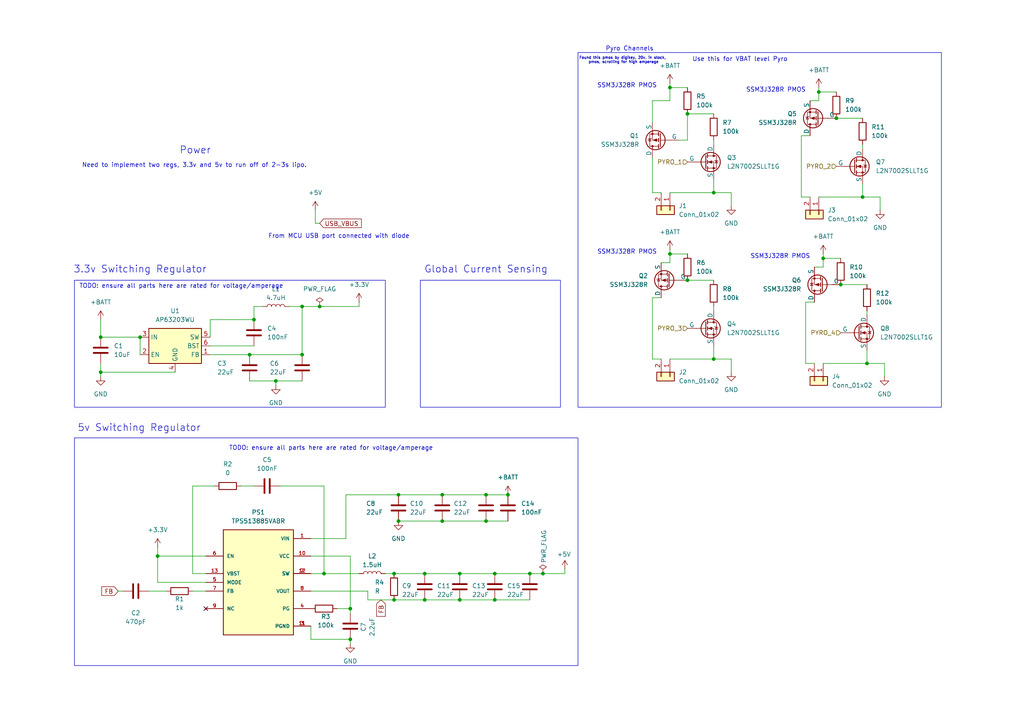
<source format=kicad_sch>
(kicad_sch (version 20231120) (generator "eeschema") (generator_version "8.0")
  (paper "A4")
  (lib_symbols
    (symbol "Connector_Generic:Conn_01x02" (pin_names (offset 1.016) hide)
      (property "Reference" "J" (at 0 2.54 0))
      (property "Value" "Conn_01x02" (at 0 -5.08 0))
      (symbol "Conn_01x02_1_1"
        (rectangle (start -1.27 -2.413) (end 0 -2.667) (stroke (width 0.1524)))
        (rectangle (start -1.27 0.127) (end 0 -0.127) (stroke (width 0.1524)))
        (rectangle (start -1.27 1.27) (end 1.27 -3.81) (stroke (width 0.254)) (fill (type background)))
        (pin passive line (at -5.08 0 0) (length 3.81) (name "Pin_1") (number "1"))
        (pin passive line (at -5.08 -2.54 0) (length 3.81) (name "Pin_2") (number "2"))
      )
    )
    (symbol "Device:C" (pin_numbers hide) (pin_names (offset 0.254))
      (property "Reference" "C" (at 0.635 2.54 0))
      (property "Value" "C" (at 0.635 -2.54 0))
      (symbol "C_0_1"
        (polyline (pts (xy -2.032 -0.762) (xy 2.032 -0.762)) (stroke (width 0.508)))
        (polyline (pts (xy -2.032 0.762) (xy 2.032 0.762)) (stroke (width 0.508)))
      )
      (symbol "C_1_1"
        (pin passive line (at 0 3.81 270) (length 2.794) (name "~") (number "1"))
        (pin passive line (at 0 -3.81 90) (length 2.794) (name "~") (number "2"))
      )
    )
    (symbol "Device:L" (pin_numbers hide) (pin_names (offset 1.016) hide)
      (property "Reference" "L" (at -1.27 0 90))
      (property "Value" "L" (at 1.905 0 90))
      (symbol "L_0_1"
        (arc (start 0 -2.54) (mid 0.6323 -1.905) (end 0 -1.27))
        (arc (start 0 -1.27) (mid 0.6323 -0.635) (end 0 0))
        (arc (start 0 0) (mid 0.6323 0.635) (end 0 1.27))
        (arc (start 0 1.27) (mid 0.6323 1.905) (end 0 2.54))
      )
      (symbol "L_1_1"
        (pin passive line (at 0 3.81 270) (length 1.27) (name "1") (number "1"))
        (pin passive line (at 0 -3.81 90) (length 1.27) (name "2") (number "2"))
      )
    )
    (symbol "Device:R" (pin_numbers hide) (pin_names (offset 0))
      (property "Reference" "R" (at 2.032 0 90))
      (property "Value" "R" (at 0 0 90))
      (symbol "R_0_1"
        (rectangle (start -1.016 -2.54) (end 1.016 2.54) (stroke (width 0.254)))
      )
      (symbol "R_1_1"
        (pin passive line (at 0 3.81 270) (length 1.27) (name "~") (number "1"))
        (pin passive line (at 0 -3.81 90) (length 1.27) (name "~") (number "2"))
      )
    )
    (symbol "Regulator_Switching:AP63203WU"
      (property "Reference" "U" (at -7.62 6.35 0))
      (property "Value" "AP63203WU" (at 2.54 6.35 0))
      (symbol "AP63203WU_0_1"
        (rectangle (start -7.62 5.08) (end 7.62 -5.08) (stroke (width 0.254)) (fill (type background)))
      )
      (symbol "AP63203WU_1_1"
        (pin input line (at 10.16 -2.54 180) (length 2.54) (name "FB") (number "1"))
        (pin input line (at -10.16 -2.54 0) (length 2.54) (name "EN") (number "2"))
        (pin power_in line (at -10.16 2.54 0) (length 2.54) (name "IN") (number "3"))
        (pin power_in line (at 0 -7.62 90) (length 2.54) (name "GND") (number "4"))
        (pin output line (at 10.16 2.54 180) (length 2.54) (name "SW") (number "5"))
        (pin passive line (at 10.16 0 180) (length 2.54) (name "BST") (number "6"))
      )
    )
    (symbol "Simulation_SPICE:NMOS" (pin_numbers hide) (pin_names (offset 0))
      (property "Reference" "Q" (at 5.08 1.27 0))
      (property "Value" "NMOS" (at 5.08 -1.27 0))
      (symbol "NMOS_0_1"
        (polyline (pts (xy 0.254 0) (xy -2.54 0)))
        (polyline (pts (xy 0.254 1.905) (xy 0.254 -1.905)) (stroke (width 0.254)))
        (polyline (pts (xy 0.762 -1.27) (xy 0.762 -2.286)) (stroke (width 0.254)))
        (polyline (pts (xy 0.762 0.508) (xy 0.762 -0.508)) (stroke (width 0.254)))
        (polyline (pts (xy 0.762 2.286) (xy 0.762 1.27)) (stroke (width 0.254)))
        (polyline (pts (xy 2.54 2.54) (xy 2.54 1.778)))
        (polyline (pts (xy 2.54 -2.54) (xy 2.54 0) (xy 0.762 0)))
        (polyline (pts (xy 0.762 -1.778) (xy 3.302 -1.778) (xy 3.302 1.778) (xy 0.762 1.778)))
        (polyline (pts (xy 1.016 0) (xy 2.032 0.381) (xy 2.032 -0.381) (xy 1.016 0)) (fill (type outline)))
        (polyline (pts (xy 2.794 0.508) (xy 2.921 0.381) (xy 3.683 0.381) (xy 3.81 0.254)))
        (polyline (pts (xy 3.302 0.381) (xy 2.921 -0.254) (xy 3.683 -0.254) (xy 3.302 0.381)))
        (circle (center 1.651 0) (radius 2.794) (stroke (width 0.254)))
        (circle (center 2.54 -1.778) (radius 0.254) (fill (type outline)))
        (circle (center 2.54 1.778) (radius 0.254) (fill (type outline)))
      )
      (symbol "NMOS_1_1"
        (pin passive line (at 2.54 5.08 270) (length 2.54) (name "D") (number "1"))
        (pin input line (at -5.08 0 0) (length 2.54) (name "G") (number "2"))
        (pin passive line (at 2.54 -5.08 90) (length 2.54) (name "S") (number "3"))
      )
    )
    (symbol "Simulation_SPICE:PMOS" (pin_numbers hide) (pin_names (offset 0))
      (property "Reference" "Q" (at 5.08 1.27 0))
      (property "Value" "PMOS" (at 5.08 -1.27 0))
      (symbol "PMOS_0_1"
        (polyline (pts (xy 0.254 0) (xy -2.54 0)))
        (polyline (pts (xy 0.254 1.905) (xy 0.254 -1.905)) (stroke (width 0.254)))
        (polyline (pts (xy 0.762 -1.27) (xy 0.762 -2.286)) (stroke (width 0.254)))
        (polyline (pts (xy 0.762 0.508) (xy 0.762 -0.508)) (stroke (width 0.254)))
        (polyline (pts (xy 0.762 2.286) (xy 0.762 1.27)) (stroke (width 0.254)))
        (polyline (pts (xy 2.54 2.54) (xy 2.54 1.778)))
        (polyline (pts (xy 2.54 -2.54) (xy 2.54 0) (xy 0.762 0)))
        (polyline (pts (xy 0.762 1.778) (xy 3.302 1.778) (xy 3.302 -1.778) (xy 0.762 -1.778)))
        (polyline (pts (xy 2.286 0) (xy 1.27 0.381) (xy 1.27 -0.381) (xy 2.286 0)) (fill (type outline)))
        (polyline (pts (xy 2.794 -0.508) (xy 2.921 -0.381) (xy 3.683 -0.381) (xy 3.81 -0.254)))
        (polyline (pts (xy 3.302 -0.381) (xy 2.921 0.254) (xy 3.683 0.254) (xy 3.302 -0.381)))
        (circle (center 1.651 0) (radius 2.794) (stroke (width 0.254)))
        (circle (center 2.54 -1.778) (radius 0.254) (fill (type outline)))
        (circle (center 2.54 1.778) (radius 0.254) (fill (type outline)))
      )
      (symbol "PMOS_1_1"
        (pin passive line (at 2.54 5.08 270) (length 2.54) (name "D") (number "1"))
        (pin input line (at -5.08 0 0) (length 2.54) (name "G") (number "2"))
        (pin passive line (at 2.54 -5.08 90) (length 2.54) (name "S") (number "3"))
      )
    )
    (symbol "TPS513885VABR:TPS513885VABR" (pin_names (offset 1.016))
      (property "Reference" "PS" (at -10.16 16.002 0))
      (property "Value" "TPS513885VABR" (at -10.16 -17.78 0))
      (symbol "TPS513885VABR_0_0"
        (rectangle (start -10.16 -15.24) (end 10.16 15.24) (stroke (width 0.254)) (fill (type background)))
        (pin power_in line (at 15.24 12.7 180) (length 5.08) (name "VIN") (number "1"))
        (pin output line (at 15.24 7.62 180) (length 5.08) (name "VCC") (number "10"))
        (pin power_in line (at 15.24 -12.7 180) (length 5.08) (name "PGND") (number "11"))
        (pin output line (at 15.24 2.54 180) (length 5.08) (name "SW") (number "12"))
        (pin input line (at -15.24 2.54 0) (length 5.08) (name "VBST") (number "13"))
        (pin output line (at 15.24 2.54 180) (length 5.08) (name "SW") (number "2"))
        (pin power_in line (at 15.24 -12.7 180) (length 5.08) (name "PGND") (number "3"))
        (pin output line (at 15.24 -7.62 180) (length 5.08) (name "PG") (number "4"))
        (pin input line (at -15.24 0 0) (length 5.08) (name "MODE") (number "5"))
        (pin input line (at -15.24 7.62 0) (length 5.08) (name "EN") (number "6"))
        (pin input line (at -15.24 -2.54 0) (length 5.08) (name "FB") (number "7"))
        (pin output line (at 15.24 -2.54 180) (length 5.08) (name "VOUT") (number "8"))
        (pin no_connect line (at -15.24 -7.62 0) (length 5.08) (name "NC") (number "9"))
      )
    )
    (symbol "power:+3.3V" (power) (pin_numbers hide) (pin_names (offset 0) hide)
      (property "Value" "+3.3V" (at 0 3.556 0))
      (symbol "+3.3V_0_1"
        (polyline (pts (xy -0.762 1.27) (xy 0 2.54)))
        (polyline (pts (xy 0 0) (xy 0 2.54)))
        (polyline (pts (xy 0 2.54) (xy 0.762 1.27)))
      )
      (symbol "+3.3V_1_1"
        (pin power_in line (at 0 0 90) (length 0) (name "~") (number "1"))
      )
    )
    (symbol "power:+5V" (power) (pin_numbers hide) (pin_names (offset 0) hide)
      (property "Value" "+5V" (at 0 3.556 0))
      (symbol "+5V_0_1"
        (polyline (pts (xy -0.762 1.27) (xy 0 2.54)))
        (polyline (pts (xy 0 0) (xy 0 2.54)))
        (polyline (pts (xy 0 2.54) (xy 0.762 1.27)))
      )
      (symbol "+5V_1_1"
        (pin power_in line (at 0 0 90) (length 0) (name "~") (number "1"))
      )
    )
    (symbol "power:+BATT" (power) (pin_numbers hide) (pin_names (offset 0) hide)
      (property "Value" "+BATT" (at 0 3.556 0))
      (symbol "+BATT_0_1"
        (polyline (pts (xy -0.762 1.27) (xy 0 2.54)))
        (polyline (pts (xy 0 0) (xy 0 2.54)))
        (polyline (pts (xy 0 2.54) (xy 0.762 1.27)))
      )
      (symbol "+BATT_1_1"
        (pin power_in line (at 0 0 90) (length 0) (name "~") (number "1"))
      )
    )
    (symbol "power:GND" (power) (pin_numbers hide) (pin_names (offset 0) hide)
      (property "Value" "GND" (at 0 -3.81 0))
      (symbol "GND_0_1"
        (polyline (pts (xy 0 0) (xy 0 -1.27) (xy 1.27 -1.27) (xy 0 -2.54) (xy -1.27 -1.27) (xy 0 -1.27)))
      )
      (symbol "GND_1_1"
        (pin power_in line (at 0 0 270) (length 0) (name "~") (number "1"))
      )
    )
    (symbol "power:PWR_FLAG" (power) (pin_numbers hide) (pin_names (offset 0) hide)
      (property "Value" "PWR_FLAG" (at 0 3.81 0))
      (symbol "PWR_FLAG_0_0"
        (pin power_out line (at 0 0 90) (length 0) (name "~") (number "1"))
      )
      (symbol "PWR_FLAG_0_1"
        (polyline (pts (xy 0 0) (xy 0 1.27) (xy -1.016 1.905) (xy 0 2.54) (xy 1.016 1.905) (xy 0 1.27)))
      )
    )
  )
  (junction (at 87.63 88.9))
  (junction (at 143.51 166.37))
  (junction (at 194.31 25.4))
  (junction (at 194.31 73.66))
  (junction (at 243.84 82.55))
  (junction (at 87.63 102.87))
  (junction (at 128.27 143.51))
  (junction (at 73.66 92.71))
  (junction (at 93.98 166.37))
  (junction (at 80.01 110.49))
  (junction (at 207.01 104.14))
  (junction (at 133.35 166.37))
  (junction (at 237.49 26.67))
  (junction (at 207.01 55.88))
  (junction (at 250.19 57.15))
  (junction (at 153.67 166.37))
  (junction (at 133.35 173.99))
  (junction (at 115.57 151.13))
  (junction (at 157.48 166.37))
  (junction (at 140.97 151.13))
  (junction (at 140.97 143.51))
  (junction (at 123.19 166.37))
  (junction (at 143.51 173.99))
  (junction (at 29.21 107.95))
  (junction (at 251.46 105.41))
  (junction (at 242.57 34.29))
  (junction (at 114.3 166.37))
  (junction (at 238.76 74.93))
  (junction (at 72.39 102.87))
  (junction (at 128.27 151.13))
  (junction (at 101.6 176.53))
  (junction (at 115.57 143.51))
  (junction (at 40.64 97.79))
  (junction (at 114.3 173.99))
  (junction (at 45.72 161.29))
  (junction (at 199.39 81.28))
  (junction (at 123.19 173.99))
  (junction (at 199.39 33.02))
  (junction (at 92.71 88.9))
  (junction (at 29.21 97.79))
  (junction (at 101.6 185.42))
  (junction (at 147.32 143.51))
  (no_connect (at 59.69 176.53))
  (wire (pts (xy 189.23 29.21) (xy 194.31 29.21)))
  (wire (pts (xy 189.23 55.88) (xy 191.77 55.88)))
  (wire (pts (xy 29.21 109.22) (xy 29.21 107.95)))
  (wire (pts (xy 29.21 107.95) (xy 50.8 107.95)))
  (wire (pts (xy 115.57 143.51) (xy 128.27 143.51)))
  (wire (pts (xy 199.39 40.64) (xy 199.39 33.02)))
  (wire (pts (xy 250.19 53.34) (xy 250.19 57.15)))
  (wire (pts (xy 250.19 57.15) (xy 237.49 57.15)))
  (wire (pts (xy 207.01 100.33) (xy 207.01 104.14)))
  (wire (pts (xy 237.49 26.67) (xy 237.49 25.4)))
  (wire (pts (xy 207.01 52.07) (xy 207.01 55.88)))
  (wire (pts (xy 251.46 82.55) (xy 243.84 82.55)))
  (wire (pts (xy 97.79 176.53) (xy 101.6 176.53)))
  (wire (pts (xy 55.88 166.37) (xy 55.88 140.97)))
  (wire (pts (xy 255.27 57.15) (xy 250.19 57.15)))
  (wire (pts (xy 80.01 110.49) (xy 87.63 110.49)))
  (wire (pts (xy 207.01 55.88) (xy 194.31 55.88)))
  (wire (pts (xy 100.33 156.21) (xy 90.17 156.21)))
  (wire (pts (xy 91.44 64.77) (xy 92.71 64.77)))
  (wire (pts (xy 115.57 151.13) (xy 128.27 151.13)))
  (wire (pts (xy 114.3 173.99) (xy 123.19 173.99)))
  (wire (pts (xy 163.83 165.1) (xy 163.83 166.37)))
  (wire (pts (xy 60.96 100.33) (xy 73.66 100.33)))
  (wire (pts (xy 133.35 173.99) (xy 143.51 173.99)))
  (wire (pts (xy 73.66 88.9) (xy 73.66 92.71)))
  (wire (pts (xy 106.68 173.99) (xy 114.3 173.99)))
  (wire (pts (xy 69.85 140.97) (xy 73.66 140.97)))
  (wire (pts (xy 87.63 102.87) (xy 87.63 88.9)))
  (wire (pts (xy 128.27 143.51) (xy 140.97 143.51)))
  (wire (pts (xy 29.21 105.41) (xy 29.21 107.95)))
  (wire (pts (xy 90.17 161.29) (xy 101.6 161.29)))
  (wire (pts (xy 90.17 185.42) (xy 101.6 185.42)))
  (wire (pts (xy 207.01 81.28) (xy 199.39 81.28)))
  (wire (pts (xy 72.39 110.49) (xy 80.01 110.49)))
  (wire (pts (xy 189.23 35.56) (xy 189.23 29.21)))
  (wire (pts (xy 104.14 87.63) (xy 104.14 88.9)))
  (wire (pts (xy 189.23 104.14) (xy 191.77 104.14)))
  (wire (pts (xy 153.67 166.37) (xy 157.48 166.37)))
  (wire (pts (xy 43.18 171.45) (xy 48.26 171.45)))
  (wire (pts (xy 212.09 107.95) (xy 212.09 104.14)))
  (wire (pts (xy 212.09 55.88) (xy 207.01 55.88)))
  (wire (pts (xy 234.95 29.21) (xy 237.49 29.21)))
  (wire (pts (xy 140.97 151.13) (xy 147.32 151.13)))
  (wire (pts (xy 40.64 97.79) (xy 40.64 102.87)))
  (wire (pts (xy 232.41 39.37) (xy 232.41 57.15)))
  (wire (pts (xy 83.82 88.9) (xy 87.63 88.9)))
  (wire (pts (xy 191.77 76.2) (xy 194.31 76.2)))
  (wire (pts (xy 251.46 101.6) (xy 251.46 105.41)))
  (wire (pts (xy 140.97 143.51) (xy 147.32 143.51)))
  (wire (pts (xy 111.76 166.37) (xy 114.3 166.37)))
  (wire (pts (xy 101.6 186.69) (xy 101.6 185.42)))
  (wire (pts (xy 45.72 158.75) (xy 45.72 161.29)))
  (wire (pts (xy 60.96 92.71) (xy 73.66 92.71)))
  (wire (pts (xy 40.64 97.79) (xy 29.21 97.79)))
  (wire (pts (xy 106.68 173.99) (xy 106.68 171.45)))
  (wire (pts (xy 114.3 166.37) (xy 123.19 166.37)))
  (wire (pts (xy 207.01 88.9) (xy 207.01 90.17)))
  (wire (pts (xy 143.51 173.99) (xy 153.67 173.99)))
  (wire (pts (xy 128.27 151.13) (xy 140.97 151.13)))
  (wire (pts (xy 256.54 109.22) (xy 256.54 105.41)))
  (wire (pts (xy 93.98 140.97) (xy 93.98 166.37)))
  (wire (pts (xy 92.71 88.9) (xy 104.14 88.9)))
  (wire (pts (xy 45.72 161.29) (xy 59.69 161.29)))
  (wire (pts (xy 194.31 25.4) (xy 199.39 25.4)))
  (wire (pts (xy 251.46 90.17) (xy 251.46 91.44)))
  (wire (pts (xy 233.68 105.41) (xy 236.22 105.41)))
  (wire (pts (xy 81.28 140.97) (xy 93.98 140.97)))
  (wire (pts (xy 55.88 171.45) (xy 59.69 171.45)))
  (wire (pts (xy 87.63 88.9) (xy 92.71 88.9)))
  (wire (pts (xy 207.01 33.02) (xy 199.39 33.02)))
  (wire (pts (xy 123.19 166.37) (xy 133.35 166.37)))
  (wire (pts (xy 189.23 45.72) (xy 189.23 55.88)))
  (wire (pts (xy 194.31 25.4) (xy 194.31 24.13)))
  (wire (pts (xy 238.76 74.93) (xy 238.76 73.66)))
  (wire (pts (xy 237.49 29.21) (xy 237.49 26.67)))
  (wire (pts (xy 59.69 168.91) (xy 45.72 168.91)))
  (wire (pts (xy 251.46 105.41) (xy 238.76 105.41)))
  (wire (pts (xy 72.39 102.87) (xy 87.63 102.87)))
  (wire (pts (xy 189.23 86.36) (xy 191.77 86.36)))
  (wire (pts (xy 100.33 143.51) (xy 100.33 156.21)))
  (wire (pts (xy 91.44 60.96) (xy 91.44 64.77)))
  (wire (pts (xy 194.31 73.66) (xy 194.31 72.39)))
  (wire (pts (xy 238.76 74.93) (xy 243.84 74.93)))
  (wire (pts (xy 207.01 104.14) (xy 194.31 104.14)))
  (wire (pts (xy 237.49 26.67) (xy 242.57 26.67)))
  (wire (pts (xy 143.51 166.37) (xy 153.67 166.37)))
  (wire (pts (xy 194.31 76.2) (xy 194.31 73.66)))
  (wire (pts (xy 45.72 168.91) (xy 45.72 161.29)))
  (wire (pts (xy 101.6 176.53) (xy 101.6 177.8)))
  (wire (pts (xy 133.35 166.37) (xy 143.51 166.37)))
  (wire (pts (xy 106.68 171.45) (xy 90.17 171.45)))
  (wire (pts (xy 90.17 166.37) (xy 93.98 166.37)))
  (wire (pts (xy 207.01 40.64) (xy 207.01 41.91)))
  (wire (pts (xy 80.01 110.49) (xy 80.01 111.76)))
  (wire (pts (xy 194.31 29.21) (xy 194.31 25.4)))
  (wire (pts (xy 232.41 57.15) (xy 234.95 57.15)))
  (wire (pts (xy 232.41 39.37) (xy 234.95 39.37)))
  (wire (pts (xy 189.23 86.36) (xy 189.23 104.14)))
  (wire (pts (xy 100.33 143.51) (xy 115.57 143.51)))
  (wire (pts (xy 194.31 73.66) (xy 199.39 73.66)))
  (wire (pts (xy 157.48 166.37) (xy 163.83 166.37)))
  (wire (pts (xy 233.68 87.63) (xy 236.22 87.63)))
  (wire (pts (xy 212.09 59.69) (xy 212.09 55.88)))
  (wire (pts (xy 256.54 105.41) (xy 251.46 105.41)))
  (wire (pts (xy 250.19 41.91) (xy 250.19 43.18)))
  (wire (pts (xy 29.21 97.79) (xy 29.21 92.71)))
  (wire (pts (xy 59.69 166.37) (xy 55.88 166.37)))
  (wire (pts (xy 60.96 97.79) (xy 60.96 92.71)))
  (wire (pts (xy 76.2 88.9) (xy 73.66 88.9)))
  (wire (pts (xy 101.6 161.29) (xy 101.6 176.53)))
  (wire (pts (xy 255.27 60.96) (xy 255.27 57.15)))
  (wire (pts (xy 250.19 34.29) (xy 242.57 34.29)))
  (wire (pts (xy 196.85 40.64) (xy 199.39 40.64)))
  (wire (pts (xy 34.29 171.45) (xy 35.56 171.45)))
  (wire (pts (xy 212.09 104.14) (xy 207.01 104.14)))
  (wire (pts (xy 90.17 181.61) (xy 90.17 185.42)))
  (wire (pts (xy 236.22 77.47) (xy 238.76 77.47)))
  (wire (pts (xy 93.98 166.37) (xy 104.14 166.37)))
  (wire (pts (xy 123.19 173.99) (xy 133.35 173.99)))
  (wire (pts (xy 238.76 77.47) (xy 238.76 74.93)))
  (wire (pts (xy 55.88 140.97) (xy 62.23 140.97)))
  (wire (pts (xy 233.68 87.63) (xy 233.68 105.41)))
  (wire (pts (xy 60.96 102.87) (xy 72.39 102.87)))
  (rectangle (start 21.59 127) (end 167.64 193.04))
  (rectangle (start 21.59 81.28) (end 111.76 118.11))
  (rectangle (start 167.64 15.24) (end 273.05 118.11))
  (rectangle (start 121.92 81.28) (end 162.56 118.11))
  (text "SSM3J328R PMOS\n" (at 181.864 73.152 0) (effects (font (size 1.27 1.27))))
  (text "Found this pmos by digikey, 20v, in stock, \npmos, scrolling for high amperage" (at 180.848 17.526 0) (effects (font (size 0.762 0.762))))
  (text "TODO: ensure all parts here are rated for voltage/amperage" (at 52.578 83.058 0) (effects (font (size 1.27 1.27))))
  (text "SSM3J328R PMOS\n" (at 226.314 74.422 0) (effects (font (size 1.27 1.27))))
  (text "Power" (at 56.642 43.688 0) (effects (font (size 2.032 2.032))))
  (text "SSM3J328R PMOS\n" (at 225.044 26.162 0) (effects (font (size 1.27 1.27))))
  (text "From MCU USB port connected with diode" (at 98.298 68.58 0) (effects (font (size 1.27 1.27))))
  (text "Use this for VBAT level Pyro" (at 214.63 17.272 0) (effects (font (size 1.27 1.27))))
  (text "Pyro Channels" (at 182.626 14.224 0) (effects (font (size 1.27 1.27))))
  (text "SSM3J328R PMOS\n" (at 181.864 24.892 0) (effects (font (size 1.27 1.27))))
  (text "5v Switching Regulator" (at 40.386 124.206 0) (effects (font (size 2.032 2.032))))
  (text "Global Current Sensing\n" (at 140.97 78.232 0) (effects (font (size 2.032 2.032))))
  (text "Need to implement two regs, 3.3v and 5v to run off of 2-3s lipo." (at 56.388 48.006 0) (effects (font (size 1.27 1.27))))
  (text "TODO: ensure all parts here are rated for voltage/amperage" (at 96.012 130.048 0) (effects (font (size 1.27 1.27))))
  (text "3.3v Switching Regulator\n" (at 40.64 78.232 0) (effects (font (size 2.032 2.032))))
  (global_label "FB" (shape input) (at 34.29 171.45 180) (property "Intersheetrefs" "${INTERSHEET_REFS}" (effects (hide yes))))
  (global_label "USB_VBUS" (shape input) (at 92.71 64.77 0) (property "Intersheetrefs" "${INTERSHEET_REFS}" (effects (hide yes))))
  (global_label "FB" (shape input) (at 110.49 173.99 270) (property "Intersheetrefs" "${INTERSHEET_REFS}" (effects (hide yes))))
  (hierarchical_label "PYRO_2" (shape input) (at 242.57 48.26 180))
  (hierarchical_label "PYRO_3" (shape input) (at 199.39 95.25 180))
  (hierarchical_label "PYRO_4" (shape input) (at 243.84 96.52 180))
  (hierarchical_label "PYRO_1" (shape input) (at 199.39 46.99 180))
  (symbol (lib_id "Device:C") (at 73.66 96.52 0) (unit 1)
    (property "Reference" "C4" (at 77.47 95.2499 0) (effects (justify left)))
    (property "Value" "100nF" (at 77.47 97.7899 0) (effects (justify left)))
    (property "Footprint" "Capacitor_SMD:C_0402_1005Metric" (effects (hide yes)))
    (property "Description" "Unpolarized capacitor" (effects (hide yes)))
  )
  (symbol (lib_id "power:+3.3V") (at 104.14 87.63 0) (unit 1)
    (property "Reference" "#PWR07" (effects (hide yes)))
    (property "Value" "+3.3V" (at 104.14 82.55 0))
    (property "Description" "Power symbol creates a global label with name \"+3.3V\"" (effects (hide yes)))
  )
  (symbol (lib_id "power:GND") (at 212.09 107.95 0) (unit 1)
    (property "Reference" "#PWR014" (effects (hide yes)))
    (property "Value" "GND" (at 212.09 113.03 0))
    (property "Description" "Power symbol creates a global label with name \"GND\" , ground" (effects (hide yes)))
  )
  (symbol (lib_id "power:+5V") (at 91.44 60.96 0) (unit 1)
    (property "Reference" "#PWR05" (effects (hide yes)))
    (property "Value" "+5V" (at 91.44 55.88 0))
    (property "Description" "Power symbol creates a global label with name \"+5V\"" (effects (hide yes)))
  )
  (symbol (lib_id "Device:C") (at 123.19 170.18 0) (unit 1)
    (property "Reference" "C9" (at 116.586 169.926 0) (effects (justify left)))
    (property "Value" "22uF" (at 116.586 172.466 0) (effects (justify left)))
    (property "Footprint" "Capacitor_SMD:C_1206_3216Metric" (effects (hide yes)))
    (property "Description" "Unpolarized capacitor" (effects (hide yes)))
  )
  (symbol (lib_id "power:+BATT") (at 237.49 25.4 0) (unit 1)
    (property "Reference" "#PWR015" (effects (hide yes)))
    (property "Value" "+BATT" (at 237.49 20.32 0))
    (property "Description" "Power symbol creates a global label with name \"+BATT\"" (effects (hide yes)))
  )
  (symbol (lib_id "Device:C") (at 101.6 181.61 180) (unit 1)
    (property "Reference" "C7" (at 105.41 181.864 90))
    (property "Value" "2.2uF" (at 107.95 181.864 90))
    (property "Footprint" "Capacitor_SMD:C_0603_1608Metric" (effects (hide yes)))
    (property "Description" "Unpolarized capacitor" (effects (hide yes)))
  )
  (symbol (lib_id "Device:R") (at 250.19 38.1 0) (unit 1)
    (property "Reference" "R11" (at 252.73 36.8299 0) (effects (justify left)))
    (property "Value" "100k" (at 252.73 39.3699 0) (effects (justify left)))
    (property "Footprint" "Resistor_SMD:R_0603_1608Metric" (effects (hide yes)))
    (property "Description" "Resistor" (effects (hide yes)))
  )
  (symbol (lib_id "Device:C") (at 133.35 170.18 0) (unit 1)
    (property "Reference" "C11" (at 126.746 169.926 0) (effects (justify left)))
    (property "Value" "22uF" (at 126.746 172.466 0) (effects (justify left)))
    (property "Footprint" "Capacitor_SMD:C_1206_3216Metric" (effects (hide yes)))
    (property "Description" "Unpolarized capacitor" (effects (hide yes)))
  )
  (symbol (lib_id "Device:L") (at 107.95 166.37 90) (unit 1)
    (property "Reference" "L2" (at 107.95 161.29 90))
    (property "Value" "1.5uH" (at 107.95 163.83 90))
    (property "Footprint" "Inductor_SMD:L_1008_2520Metric" (effects (hide yes)))
    (property "Datasheet" "FTC252012SR10MBCA" (effects (hide yes)))
    (property "Description" "Inductor" (effects (hide yes)))
  )
  (symbol (lib_id "Connector_Generic:Conn_01x02") (at 194.31 60.96 270) (unit 1)
    (property "Reference" "J1" (at 196.85 59.6899 90) (effects (justify left)))
    (property "Value" "Conn_01x02" (at 196.85 62.2299 90) (effects (justify left)))
    (property "Description" "Generic connector, single row, 01x02, script generated (kicad-library-utils/schlib/autogen/connector/)" (effects (hide yes)))
  )
  (symbol (lib_id "Device:R") (at 199.39 29.21 0) (unit 1)
    (property "Reference" "R5" (at 201.93 27.9399 0) (effects (justify left)))
    (property "Value" "100k" (at 201.93 30.4799 0) (effects (justify left)))
    (property "Footprint" "Resistor_SMD:R_0603_1608Metric" (effects (hide yes)))
    (property "Description" "Resistor" (effects (hide yes)))
  )
  (symbol (lib_id "Device:C") (at 29.21 101.6 0) (unit 1)
    (property "Reference" "C1" (at 33.02 100.3299 0) (effects (justify left)))
    (property "Value" "10uF" (at 33.02 102.8699 0) (effects (justify left)))
    (property "Footprint" "Capacitor_SMD:C_0805_2012Metric" (effects (hide yes)))
    (property "Description" "Unpolarized capacitor" (effects (hide yes)))
  )
  (symbol (lib_id "Simulation_SPICE:NMOS") (at 204.47 46.99 0) (unit 1)
    (property "Reference" "Q3" (at 210.82 45.7199 0) (effects (justify left)))
    (property "Value" "L2N7002SLLT1G" (at 210.82 48.2599 0) (effects (justify left)))
    (property "Footprint" "Package_TO_SOT_SMD:SOT-23" (effects (hide yes)))
    (property "Datasheet" "https://ngspice.sourceforge.io/docs/ngspice-html-manual/manual.xhtml#cha_MOSFETs" (effects (hide yes)))
    (property "Description" "N-MOSFET transistor, drain/source/gate" (effects (hide yes)))
    (property "Sim.Device" "NMOS" (effects (hide yes)))
    (property "Sim.Type" "VDMOS" (effects (hide yes)))
    (property "Sim.Pins" "1=D 2=G 3=S" (effects (hide yes)))
  )
  (symbol (lib_id "power:PWR_FLAG") (at 92.71 88.9 0) (unit 1)
    (property "Reference" "#FLG01" (effects (hide yes)))
    (property "Value" "PWR_FLAG" (at 92.71 83.82 0))
    (property "Description" "Special symbol for telling ERC where power comes from" (effects (hide yes)))
  )
  (symbol (lib_id "power:GND") (at 115.57 151.13 0) (unit 1)
    (property "Reference" "#PWR08" (effects (hide yes)))
    (property "Value" "GND" (at 115.57 156.21 0))
    (property "Description" "Power symbol creates a global label with name \"GND\" , ground" (effects (hide yes)))
  )
  (symbol (lib_id "power:+BATT") (at 194.31 72.39 0) (unit 1)
    (property "Reference" "#PWR012" (effects (hide yes)))
    (property "Value" "+BATT" (at 194.31 67.31 0))
    (property "Description" "Power symbol creates a global label with name \"+BATT\"" (effects (hide yes)))
  )
  (symbol (lib_id "power:GND") (at 255.27 60.96 0) (unit 1)
    (property "Reference" "#PWR017" (effects (hide yes)))
    (property "Value" "GND" (at 255.27 66.04 0))
    (property "Description" "Power symbol creates a global label with name \"GND\" , ground" (effects (hide yes)))
  )
  (symbol (lib_id "Device:L") (at 80.01 88.9 90) (unit 1)
    (property "Reference" "L1" (at 80.01 83.82 90))
    (property "Value" "4.7uH" (at 80.01 86.36 90))
    (property "Footprint" "Inductor_SMD:L_1008_2520Metric" (effects (hide yes)))
    (property "Description" "Inductor" (effects (hide yes)))
  )
  (symbol (lib_id "TPS513885VABR:TPS513885VABR") (at 74.93 168.91 0) (unit 1)
    (property "Reference" "PS1" (at 74.93 148.59 0))
    (property "Value" "TPS513885VABR" (at 74.93 151.13 0))
    (property "Footprint" "TPS513885VABR:CONV_TPS513885VABR" (effects (hide yes)))
    (property "MF" "Texas Instruments" (effects (hide yes)))
    (property "SNAPEDA_PACKAGE_ID" "127449" (effects (hide yes)))
    (property "Package" "PowerVFQFN-13 Texas Instruments" (effects (hide yes)))
    (property "Price" "None" (effects (hide yes)))
    (property "Check_prices" "https://www.snapeda.com/parts/TPS513885VABR/Texas+Instruments/view-part/?ref=eda" (effects (hide yes)))
    (property "STANDARD" "Manufacturer Recommendations" (effects (hide yes)))
    (property "PARTREV" "B" (effects (hide yes)))
    (property "SnapEDA_Link" "https://www.snapeda.com/parts/TPS513885VABR/Texas+Instruments/view-part/?ref=snap" (effects (hide yes)))
    (property "MP" "TPS513885VABR" (effects (hide yes)))
    (property "Description_1" "\n                        \n                            Buck Switching Regulator IC Positive Fixed 5.15V 1 Output 12A 13-PowerVFQFN\n                        \n" (effects (hide yes)))
    (property "MANUFACTURER" "Texas Instruments" (effects (hide yes)))
    (property "Availability" "In Stock" (effects (hide yes)))
    (property "MAXIMUM_PACKAGE_HEIGHT" "1.00mm" (effects (hide yes)))
  )
  (symbol (lib_id "Connector_Generic:Conn_01x02") (at 238.76 110.49 270) (unit 1)
    (property "Reference" "J4" (at 241.3 109.2199 90) (effects (justify left)))
    (property "Value" "Conn_01x02" (at 241.3 111.7599 90) (effects (justify left)))
    (property "Description" "Generic connector, single row, 01x02, script generated (kicad-library-utils/schlib/autogen/connector/)" (effects (hide yes)))
  )
  (symbol (lib_id "Simulation_SPICE:PMOS") (at 238.76 82.55 180) (unit 1)
    (property "Reference" "Q6" (at 232.41 81.2799 0) (effects (justify left)))
    (property "Value" "SSM3J328R" (at 232.41 83.8199 0) (effects (justify left)))
    (property "Footprint" "SSM3J328R:SOT95P240X88-3N" (effects (hide yes)))
    (property "Datasheet" "https://ngspice.sourceforge.io/docs/ngspice-html-manual/manual.xhtml#cha_MOSFETs" (effects (hide yes)))
    (property "Description" "P-MOSFET transistor, drain/source/gate" (effects (hide yes)))
    (property "Sim.Device" "PMOS" (effects (hide yes)))
    (property "Sim.Type" "VDMOS" (effects (hide yes)))
    (property "Sim.Pins" "1=D 2=G 3=S" (effects (hide yes)))
  )
  (symbol (lib_id "Device:C") (at 72.39 106.68 0) (unit 1)
    (property "Reference" "C3" (at 62.992 105.41 0) (effects (justify left)))
    (property "Value" "22uF" (at 62.992 107.95 0) (effects (justify left)))
    (property "Footprint" "Capacitor_SMD:C_1206_3216Metric" (effects (hide yes)))
    (property "Description" "Unpolarized capacitor" (effects (hide yes)))
  )
  (symbol (lib_id "Device:R") (at 199.39 77.47 0) (unit 1)
    (property "Reference" "R6" (at 201.93 76.1999 0) (effects (justify left)))
    (property "Value" "100k" (at 201.93 78.7399 0) (effects (justify left)))
    (property "Footprint" "Resistor_SMD:R_0603_1608Metric" (effects (hide yes)))
    (property "Description" "Resistor" (effects (hide yes)))
  )
  (symbol (lib_id "Regulator_Switching:AP63203WU") (at 50.8 100.33 0) (unit 1)
    (property "Reference" "U1" (at 50.8 90.17 0))
    (property "Value" "AP63203WU" (at 50.8 92.71 0))
    (property "Footprint" "Package_TO_SOT_SMD:TSOT-23-6" (effects (hide yes)))
    (property "Datasheet" "https://www.diodes.com/assets/Datasheets/AP63200-AP63201-AP63203-AP63205.pdf" (effects (hide yes)))
    (property "Description" "2A, 1.1MHz Buck DC/DC Converter, fixed 3.3V output voltage, TSOT-23-6" (effects (hide yes)))
  )
  (symbol (lib_id "Device:C") (at 115.57 147.32 0) (unit 1)
    (property "Reference" "C8" (at 106.172 146.05 0) (effects (justify left)))
    (property "Value" "22uF" (at 106.172 148.59 0) (effects (justify left)))
    (property "Footprint" "Capacitor_SMD:C_1206_3216Metric" (effects (hide yes)))
    (property "Description" "Unpolarized capacitor" (effects (hide yes)))
  )
  (symbol (lib_id "Connector_Generic:Conn_01x02") (at 237.49 62.23 270) (unit 1)
    (property "Reference" "J3" (at 240.03 60.9599 90) (effects (justify left)))
    (property "Value" "Conn_01x02" (at 240.03 63.4999 90) (effects (justify left)))
    (property "Description" "Generic connector, single row, 01x02, script generated (kicad-library-utils/schlib/autogen/connector/)" (effects (hide yes)))
  )
  (symbol (lib_id "Device:R") (at 114.3 170.18 0) (unit 1)
    (property "Reference" "R4" (at 108.712 168.91 0) (effects (justify left)))
    (property "Value" "R" (at 108.712 171.45 0) (effects (justify left)))
    (property "Description" "Resistor" (effects (hide yes)))
  )
  (symbol (lib_id "Device:R") (at 52.07 171.45 90) (unit 1)
    (property "Reference" "R1" (at 52.07 173.736 90))
    (property "Value" "1k" (at 52.07 176.276 90))
    (property "Footprint" "Resistor_SMD:R_0402_1005Metric" (effects (hide yes)))
    (property "Description" "Resistor" (effects (hide yes)))
  )
  (symbol (lib_id "power:GND") (at 80.01 111.76 0) (unit 1)
    (property "Reference" "#PWR04" (effects (hide yes)))
    (property "Value" "GND" (at 80.01 116.84 0))
    (property "Description" "Power symbol creates a global label with name \"GND\" , ground" (effects (hide yes)))
  )
  (symbol (lib_id "power:+BATT") (at 194.31 24.13 0) (unit 1)
    (property "Reference" "#PWR011" (effects (hide yes)))
    (property "Value" "+BATT" (at 194.31 19.05 0))
    (property "Description" "Power symbol creates a global label with name \"+BATT\"" (effects (hide yes)))
  )
  (symbol (lib_id "Simulation_SPICE:PMOS") (at 191.77 40.64 180) (unit 1)
    (property "Reference" "Q1" (at 185.42 39.3699 0) (effects (justify left)))
    (property "Value" "SSM3J328R" (at 185.42 41.9099 0) (effects (justify left)))
    (property "Footprint" "SSM3J328R:SOT95P240X88-3N" (effects (hide yes)))
    (property "Datasheet" "https://ngspice.sourceforge.io/docs/ngspice-html-manual/manual.xhtml#cha_MOSFETs" (effects (hide yes)))
    (property "Description" "P-MOSFET transistor, drain/source/gate" (effects (hide yes)))
    (property "Sim.Device" "PMOS" (effects (hide yes)))
    (property "Sim.Type" "VDMOS" (effects (hide yes)))
    (property "Sim.Pins" "1=D 2=G 3=S" (effects (hide yes)))
  )
  (symbol (lib_id "Connector_Generic:Conn_01x02") (at 194.31 109.22 270) (unit 1)
    (property "Reference" "J2" (at 196.85 107.9499 90) (effects (justify left)))
    (property "Value" "Conn_01x02" (at 196.85 110.4899 90) (effects (justify left)))
    (property "Description" "Generic connector, single row, 01x02, script generated (kicad-library-utils/schlib/autogen/connector/)" (effects (hide yes)))
  )
  (symbol (lib_id "Device:R") (at 243.84 78.74 0) (unit 1)
    (property "Reference" "R10" (at 246.38 77.4699 0) (effects (justify left)))
    (property "Value" "100k" (at 246.38 80.0099 0) (effects (justify left)))
    (property "Footprint" "Resistor_SMD:R_0603_1608Metric" (effects (hide yes)))
    (property "Description" "Resistor" (effects (hide yes)))
  )
  (symbol (lib_id "power:GND") (at 101.6 186.69 0) (unit 1)
    (property "Reference" "#PWR06" (effects (hide yes)))
    (property "Value" "GND" (at 101.6 191.77 0))
    (property "Description" "Power symbol creates a global label with name \"GND\" , ground" (effects (hide yes)))
  )
  (symbol (lib_id "Device:R") (at 242.57 30.48 0) (unit 1)
    (property "Reference" "R9" (at 245.11 29.2099 0) (effects (justify left)))
    (property "Value" "100k" (at 245.11 31.7499 0) (effects (justify left)))
    (property "Footprint" "Resistor_SMD:R_0603_1608Metric" (effects (hide yes)))
    (property "Description" "Resistor" (effects (hide yes)))
  )
  (symbol (lib_id "Device:C") (at 87.63 106.68 0) (unit 1)
    (property "Reference" "C6" (at 78.232 105.41 0) (effects (justify left)))
    (property "Value" "22uF" (at 78.232 107.95 0) (effects (justify left)))
    (property "Footprint" "Capacitor_SMD:C_1206_3216Metric" (effects (hide yes)))
    (property "Description" "Unpolarized capacitor" (effects (hide yes)))
  )
  (symbol (lib_id "Device:C") (at 128.27 147.32 0) (unit 1)
    (property "Reference" "C10" (at 118.872 146.05 0) (effects (justify left)))
    (property "Value" "22uF" (at 118.872 148.59 0) (effects (justify left)))
    (property "Footprint" "Capacitor_SMD:C_1206_3216Metric" (effects (hide yes)))
    (property "Description" "Unpolarized capacitor" (effects (hide yes)))
  )
  (symbol (lib_id "Device:C") (at 39.37 171.45 90) (unit 1)
    (property "Reference" "C2" (at 39.37 177.8 90))
    (property "Value" "470pF" (at 39.37 180.34 90))
    (property "Footprint" "Capacitor_SMD:C_0402_1005Metric" (effects (hide yes)))
    (property "Description" "Unpolarized capacitor" (effects (hide yes)))
  )
  (symbol (lib_id "power:+3.3V") (at 45.72 158.75 0) (unit 1)
    (property "Reference" "#PWR03" (effects (hide yes)))
    (property "Value" "+3.3V" (at 45.72 153.67 0))
    (property "Description" "Power symbol creates a global label with name \"+3.3V\"" (effects (hide yes)))
  )
  (symbol (lib_id "power:GND") (at 212.09 59.69 0) (unit 1)
    (property "Reference" "#PWR013" (effects (hide yes)))
    (property "Value" "GND" (at 212.09 64.77 0))
    (property "Description" "Power symbol creates a global label with name \"GND\" , ground" (effects (hide yes)))
  )
  (symbol (lib_id "power:+BATT") (at 238.76 73.66 0) (unit 1)
    (property "Reference" "#PWR016" (effects (hide yes)))
    (property "Value" "+BATT" (at 238.76 68.58 0))
    (property "Description" "Power symbol creates a global label with name \"+BATT\"" (effects (hide yes)))
  )
  (symbol (lib_id "power:GND") (at 256.54 109.22 0) (unit 1)
    (property "Reference" "#PWR018" (effects (hide yes)))
    (property "Value" "GND" (at 256.54 114.3 0))
    (property "Description" "Power symbol creates a global label with name \"GND\" , ground" (effects (hide yes)))
  )
  (symbol (lib_id "Device:C") (at 147.32 147.32 0) (unit 1)
    (property "Reference" "C14" (at 151.13 146.0499 0) (effects (justify left)))
    (property "Value" "100nF" (at 151.13 148.5899 0) (effects (justify left)))
    (property "Footprint" "Capacitor_SMD:C_0402_1005Metric" (effects (hide yes)))
    (property "Description" "Unpolarized capacitor" (effects (hide yes)))
  )
  (symbol (lib_id "Device:R") (at 207.01 36.83 0) (unit 1)
    (property "Reference" "R7" (at 209.55 35.5599 0) (effects (justify left)))
    (property "Value" "100k" (at 209.55 38.0999 0) (effects (justify left)))
    (property "Footprint" "Resistor_SMD:R_0603_1608Metric" (effects (hide yes)))
    (property "Description" "Resistor" (effects (hide yes)))
  )
  (symbol (lib_id "Device:C") (at 140.97 147.32 0) (unit 1)
    (property "Reference" "C12" (at 131.572 146.05 0) (effects (justify left)))
    (property "Value" "22uF" (at 131.572 148.59 0) (effects (justify left)))
    (property "Footprint" "Capacitor_SMD:C_1206_3216Metric" (effects (hide yes)))
    (property "Description" "Unpolarized capacitor" (effects (hide yes)))
  )
  (symbol (lib_id "Device:R") (at 66.04 140.97 270) (unit 1)
    (property "Reference" "R2" (at 66.04 134.62 90))
    (property "Value" "0" (at 66.04 137.16 90))
    (property "Description" "Resistor" (effects (hide yes)))
  )
  (symbol (lib_id "Simulation_SPICE:PMOS") (at 194.31 81.28 180) (unit 1)
    (property "Reference" "Q2" (at 187.96 80.0099 0) (effects (justify left)))
    (property "Value" "SSM3J328R" (at 187.96 82.5499 0) (effects (justify left)))
    (property "Footprint" "SSM3J328R:SOT95P240X88-3N" (effects (hide yes)))
    (property "Datasheet" "https://ngspice.sourceforge.io/docs/ngspice-html-manual/manual.xhtml#cha_MOSFETs" (effects (hide yes)))
    (property "Description" "P-MOSFET transistor, drain/source/gate" (effects (hide yes)))
    (property "Sim.Device" "PMOS" (effects (hide yes)))
    (property "Sim.Type" "VDMOS" (effects (hide yes)))
    (property "Sim.Pins" "1=D 2=G 3=S" (effects (hide yes)))
  )
  (symbol (lib_id "Device:C") (at 143.51 170.18 0) (unit 1)
    (property "Reference" "C13" (at 136.906 169.926 0) (effects (justify left)))
    (property "Value" "22uF" (at 136.906 172.466 0) (effects (justify left)))
    (property "Footprint" "Capacitor_SMD:C_1206_3216Metric" (effects (hide yes)))
    (property "Description" "Unpolarized capacitor" (effects (hide yes)))
  )
  (symbol (lib_id "Simulation_SPICE:NMOS") (at 248.92 96.52 0) (unit 1)
    (property "Reference" "Q8" (at 255.27 95.2499 0) (effects (justify left)))
    (property "Value" "L2N7002SLLT1G" (at 255.27 97.7899 0) (effects (justify left)))
    (property "Footprint" "Package_TO_SOT_SMD:SOT-23" (effects (hide yes)))
    (property "Datasheet" "https://ngspice.sourceforge.io/docs/ngspice-html-manual/manual.xhtml#cha_MOSFETs" (effects (hide yes)))
    (property "Description" "N-MOSFET transistor, drain/source/gate" (effects (hide yes)))
    (property "Sim.Device" "NMOS" (effects (hide yes)))
    (property "Sim.Type" "VDMOS" (effects (hide yes)))
    (property "Sim.Pins" "1=D 2=G 3=S" (effects (hide yes)))
  )
  (symbol (lib_id "Device:C") (at 77.47 140.97 90) (unit 1)
    (property "Reference" "C5" (at 77.47 133.35 90))
    (property "Value" "100nF" (at 77.47 135.89 90))
    (property "Footprint" "Capacitor_SMD:C_0402_1005Metric" (effects (hide yes)))
    (property "Description" "Unpolarized capacitor" (effects (hide yes)))
  )
  (symbol (lib_id "power:+BATT") (at 147.32 143.51 0) (unit 1)
    (property "Reference" "#PWR09" (effects (hide yes)))
    (property "Value" "+BATT" (at 147.32 138.43 0))
    (property "Description" "Power symbol creates a global label with name \"+BATT\"" (effects (hide yes)))
  )
  (symbol (lib_id "Device:R") (at 251.46 86.36 0) (unit 1)
    (property "Reference" "R12" (at 254 85.0899 0) (effects (justify left)))
    (property "Value" "100k" (at 254 87.6299 0) (effects (justify left)))
    (property "Footprint" "Resistor_SMD:R_0603_1608Metric" (effects (hide yes)))
    (property "Description" "Resistor" (effects (hide yes)))
  )
  (symbol (lib_id "Simulation_SPICE:NMOS") (at 247.65 48.26 0) (unit 1)
    (property "Reference" "Q7" (at 254 46.9899 0) (effects (justify left)))
    (property "Value" "L2N7002SLLT1G" (at 254 49.5299 0) (effects (justify left)))
    (property "Footprint" "Package_TO_SOT_SMD:SOT-23" (effects (hide yes)))
    (property "Datasheet" "https://ngspice.sourceforge.io/docs/ngspice-html-manual/manual.xhtml#cha_MOSFETs" (effects (hide yes)))
    (property "Description" "N-MOSFET transistor, drain/source/gate" (effects (hide yes)))
    (property "Sim.Device" "NMOS" (effects (hide yes)))
    (property "Sim.Type" "VDMOS" (effects (hide yes)))
    (property "Sim.Pins" "1=D 2=G 3=S" (effects (hide yes)))
  )
  (symbol (lib_id "Simulation_SPICE:PMOS") (at 237.49 34.29 180) (unit 1)
    (property "Reference" "Q5" (at 231.14 33.0199 0) (effects (justify left)))
    (property "Value" "SSM3J328R" (at 231.14 35.5599 0) (effects (justify left)))
    (property "Footprint" "SSM3J328R:SOT95P240X88-3N" (effects (hide yes)))
    (property "Datasheet" "https://ngspice.sourceforge.io/docs/ngspice-html-manual/manual.xhtml#cha_MOSFETs" (effects (hide yes)))
    (property "Description" "P-MOSFET transistor, drain/source/gate" (effects (hide yes)))
    (property "Sim.Device" "PMOS" (effects (hide yes)))
    (property "Sim.Type" "VDMOS" (effects (hide yes)))
    (property "Sim.Pins" "1=D 2=G 3=S" (effects (hide yes)))
  )
  (symbol (lib_id "Device:C") (at 153.67 170.18 0) (unit 1)
    (property "Reference" "C15" (at 147.066 169.926 0) (effects (justify left)))
    (property "Value" "22uF" (at 147.066 172.466 0) (effects (justify left)))
    (property "Footprint" "Capacitor_SMD:C_1206_3216Metric" (effects (hide yes)))
    (property "Description" "Unpolarized capacitor" (effects (hide yes)))
  )
  (symbol (lib_id "power:+5V") (at 163.83 165.1 0) (unit 1)
    (property "Reference" "#PWR010" (effects (hide yes)))
    (property "Value" "+5V" (at 163.576 160.782 0))
    (property "Description" "Power symbol creates a global label with name \"+5V\"" (effects (hide yes)))
  )
  (symbol (lib_id "Simulation_SPICE:NMOS") (at 204.47 95.25 0) (unit 1)
    (property "Reference" "Q4" (at 210.82 93.9799 0) (effects (justify left)))
    (property "Value" "L2N7002SLLT1G" (at 210.82 96.5199 0) (effects (justify left)))
    (property "Footprint" "Package_TO_SOT_SMD:SOT-23" (effects (hide yes)))
    (property "Datasheet" "https://ngspice.sourceforge.io/docs/ngspice-html-manual/manual.xhtml#cha_MOSFETs" (effects (hide yes)))
    (property "Description" "N-MOSFET transistor, drain/source/gate" (effects (hide yes)))
    (property "Sim.Device" "NMOS" (effects (hide yes)))
    (property "Sim.Type" "VDMOS" (effects (hide yes)))
    (property "Sim.Pins" "1=D 2=G 3=S" (effects (hide yes)))
  )
  (symbol (lib_id "power:+BATT") (at 29.21 92.71 0) (unit 1)
    (property "Reference" "#PWR01" (effects (hide yes)))
    (property "Value" "+BATT" (at 29.21 87.63 0))
    (property "Description" "Power symbol creates a global label with name \"+BATT\"" (effects (hide yes)))
  )
  (symbol (lib_id "Device:R") (at 207.01 85.09 0) (unit 1)
    (property "Reference" "R8" (at 209.55 83.8199 0) (effects (justify left)))
    (property "Value" "100k" (at 209.55 86.3599 0) (effects (justify left)))
    (property "Footprint" "Resistor_SMD:R_0603_1608Metric" (effects (hide yes)))
    (property "Description" "Resistor" (effects (hide yes)))
  )
  (symbol (lib_id "power:GND") (at 29.21 109.22 0) (unit 1)
    (property "Reference" "#PWR02" (effects (hide yes)))
    (property "Value" "GND" (at 29.21 114.3 0))
    (property "Description" "Power symbol creates a global label with name \"GND\" , ground" (effects (hide yes)))
  )
  (symbol (lib_id "Device:R") (at 93.98 176.53 90) (unit 1)
    (property "Reference" "R3" (at 94.488 178.816 90))
    (property "Value" "100k" (at 94.488 181.356 90))
    (property "Footprint" "Resistor_SMD:R_0603_1608Metric" (effects (hide yes)))
    (property "Description" "Resistor" (effects (hide yes)))
  )
  (symbol (lib_id "power:PWR_FLAG") (at 157.48 166.37 0) (unit 1)
    (property "Reference" "#FLG02" (effects (hide yes)))
    (property "Value" "PWR_FLAG" (at 157.734 163.322 90) (effects (justify left)))
    (property "Description" "Special symbol for telling ERC where power comes from" (effects (hide yes)))
  )
)
</source>
